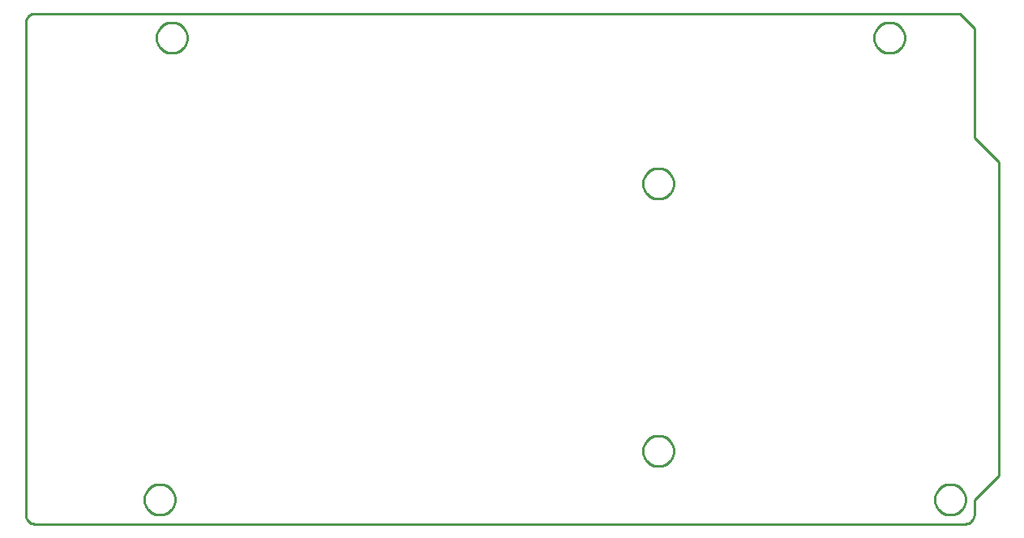
<source format=gbr>
G04 EAGLE Gerber RS-274X export*
G75*
%MOMM*%
%FSLAX34Y34*%
%LPD*%
%IN*%
%IPPOS*%
%AMOC8*
5,1,8,0,0,1.08239X$1,22.5*%
G01*
%ADD10C,0.254000*%


D10*
X-256Y9872D02*
X-218Y9000D01*
X-104Y8136D01*
X85Y7284D01*
X347Y6452D01*
X681Y5646D01*
X1084Y4872D01*
X1552Y4136D01*
X2084Y3444D01*
X2673Y2801D01*
X3316Y2212D01*
X4008Y1680D01*
X4744Y1212D01*
X5518Y809D01*
X6324Y475D01*
X7156Y213D01*
X8008Y24D01*
X8872Y-90D01*
X9744Y-128D01*
X980344Y-128D01*
X981216Y-90D01*
X982080Y24D01*
X982932Y213D01*
X983764Y475D01*
X984570Y809D01*
X985344Y1212D01*
X986080Y1680D01*
X986772Y2212D01*
X987415Y2801D01*
X988004Y3444D01*
X988536Y4136D01*
X989004Y4872D01*
X989407Y5646D01*
X989741Y6452D01*
X990003Y7284D01*
X990192Y8136D01*
X990306Y9000D01*
X990344Y9872D01*
X990344Y25272D01*
X1015744Y50672D01*
X1015744Y378332D01*
X990344Y403732D01*
X990344Y518032D01*
X975104Y533272D01*
X9744Y533272D01*
X8872Y533234D01*
X8008Y533120D01*
X7156Y532931D01*
X6324Y532669D01*
X5518Y532335D01*
X4744Y531932D01*
X4008Y531464D01*
X3316Y530932D01*
X2673Y530343D01*
X2084Y529700D01*
X1552Y529008D01*
X1084Y528272D01*
X681Y527498D01*
X347Y526692D01*
X85Y525860D01*
X-104Y525008D01*
X-218Y524144D01*
X-256Y523272D01*
X-256Y9872D01*
X981200Y24876D02*
X981132Y23831D01*
X980995Y22792D01*
X980790Y21765D01*
X980519Y20753D01*
X980183Y19761D01*
X979782Y18793D01*
X979318Y17854D01*
X978795Y16946D01*
X978213Y16075D01*
X977575Y15244D01*
X976884Y14457D01*
X976143Y13716D01*
X975356Y13025D01*
X974525Y12388D01*
X973654Y11806D01*
X972746Y11282D01*
X971807Y10818D01*
X970839Y10417D01*
X969847Y10081D01*
X968835Y9810D01*
X967808Y9605D01*
X966769Y9469D01*
X965724Y9400D01*
X964676Y9400D01*
X963631Y9469D01*
X962592Y9605D01*
X961565Y9810D01*
X960553Y10081D01*
X959561Y10417D01*
X958593Y10818D01*
X957654Y11282D01*
X956746Y11806D01*
X955875Y12388D01*
X955044Y13025D01*
X954257Y13716D01*
X953516Y14457D01*
X952825Y15244D01*
X952188Y16075D01*
X951606Y16946D01*
X951082Y17854D01*
X950618Y18793D01*
X950217Y19761D01*
X949881Y20753D01*
X949610Y21765D01*
X949405Y22792D01*
X949269Y23831D01*
X949200Y24876D01*
X949200Y25924D01*
X949269Y26969D01*
X949405Y28008D01*
X949610Y29035D01*
X949881Y30047D01*
X950217Y31039D01*
X950618Y32007D01*
X951082Y32946D01*
X951606Y33854D01*
X952188Y34725D01*
X952825Y35556D01*
X953516Y36343D01*
X954257Y37084D01*
X955044Y37775D01*
X955875Y38413D01*
X956746Y38995D01*
X957654Y39518D01*
X958593Y39982D01*
X959561Y40383D01*
X960553Y40719D01*
X961565Y40990D01*
X962592Y41195D01*
X963631Y41332D01*
X964676Y41400D01*
X965724Y41400D01*
X966769Y41332D01*
X967808Y41195D01*
X968835Y40990D01*
X969847Y40719D01*
X970839Y40383D01*
X971807Y39982D01*
X972746Y39518D01*
X973654Y38995D01*
X974525Y38413D01*
X975356Y37775D01*
X976143Y37084D01*
X976884Y36343D01*
X977575Y35556D01*
X978213Y34725D01*
X978795Y33854D01*
X979318Y32946D01*
X979782Y32007D01*
X980183Y31039D01*
X980519Y30047D01*
X980790Y29035D01*
X980995Y28008D01*
X981132Y26969D01*
X981200Y25924D01*
X981200Y24876D01*
X168400Y507476D02*
X168332Y506431D01*
X168195Y505392D01*
X167990Y504365D01*
X167719Y503353D01*
X167383Y502361D01*
X166982Y501393D01*
X166518Y500454D01*
X165995Y499546D01*
X165413Y498675D01*
X164775Y497844D01*
X164084Y497057D01*
X163343Y496316D01*
X162556Y495625D01*
X161725Y494988D01*
X160854Y494406D01*
X159946Y493882D01*
X159007Y493418D01*
X158039Y493017D01*
X157047Y492681D01*
X156035Y492410D01*
X155008Y492205D01*
X153969Y492069D01*
X152924Y492000D01*
X151876Y492000D01*
X150831Y492069D01*
X149792Y492205D01*
X148765Y492410D01*
X147753Y492681D01*
X146761Y493017D01*
X145793Y493418D01*
X144854Y493882D01*
X143946Y494406D01*
X143075Y494988D01*
X142244Y495625D01*
X141457Y496316D01*
X140716Y497057D01*
X140025Y497844D01*
X139388Y498675D01*
X138806Y499546D01*
X138282Y500454D01*
X137818Y501393D01*
X137417Y502361D01*
X137081Y503353D01*
X136810Y504365D01*
X136605Y505392D01*
X136469Y506431D01*
X136400Y507476D01*
X136400Y508524D01*
X136469Y509569D01*
X136605Y510608D01*
X136810Y511635D01*
X137081Y512647D01*
X137417Y513639D01*
X137818Y514607D01*
X138282Y515546D01*
X138806Y516454D01*
X139388Y517325D01*
X140025Y518156D01*
X140716Y518943D01*
X141457Y519684D01*
X142244Y520375D01*
X143075Y521013D01*
X143946Y521595D01*
X144854Y522118D01*
X145793Y522582D01*
X146761Y522983D01*
X147753Y523319D01*
X148765Y523590D01*
X149792Y523795D01*
X150831Y523932D01*
X151876Y524000D01*
X152924Y524000D01*
X153969Y523932D01*
X155008Y523795D01*
X156035Y523590D01*
X157047Y523319D01*
X158039Y522983D01*
X159007Y522582D01*
X159946Y522118D01*
X160854Y521595D01*
X161725Y521013D01*
X162556Y520375D01*
X163343Y519684D01*
X164084Y518943D01*
X164775Y518156D01*
X165413Y517325D01*
X165995Y516454D01*
X166518Y515546D01*
X166982Y514607D01*
X167383Y513639D01*
X167719Y512647D01*
X167990Y511635D01*
X168195Y510608D01*
X168332Y509569D01*
X168400Y508524D01*
X168400Y507476D01*
X917700Y507476D02*
X917632Y506431D01*
X917495Y505392D01*
X917290Y504365D01*
X917019Y503353D01*
X916683Y502361D01*
X916282Y501393D01*
X915818Y500454D01*
X915295Y499546D01*
X914713Y498675D01*
X914075Y497844D01*
X913384Y497057D01*
X912643Y496316D01*
X911856Y495625D01*
X911025Y494988D01*
X910154Y494406D01*
X909246Y493882D01*
X908307Y493418D01*
X907339Y493017D01*
X906347Y492681D01*
X905335Y492410D01*
X904308Y492205D01*
X903269Y492069D01*
X902224Y492000D01*
X901176Y492000D01*
X900131Y492069D01*
X899092Y492205D01*
X898065Y492410D01*
X897053Y492681D01*
X896061Y493017D01*
X895093Y493418D01*
X894154Y493882D01*
X893246Y494406D01*
X892375Y494988D01*
X891544Y495625D01*
X890757Y496316D01*
X890016Y497057D01*
X889325Y497844D01*
X888688Y498675D01*
X888106Y499546D01*
X887582Y500454D01*
X887118Y501393D01*
X886717Y502361D01*
X886381Y503353D01*
X886110Y504365D01*
X885905Y505392D01*
X885769Y506431D01*
X885700Y507476D01*
X885700Y508524D01*
X885769Y509569D01*
X885905Y510608D01*
X886110Y511635D01*
X886381Y512647D01*
X886717Y513639D01*
X887118Y514607D01*
X887582Y515546D01*
X888106Y516454D01*
X888688Y517325D01*
X889325Y518156D01*
X890016Y518943D01*
X890757Y519684D01*
X891544Y520375D01*
X892375Y521013D01*
X893246Y521595D01*
X894154Y522118D01*
X895093Y522582D01*
X896061Y522983D01*
X897053Y523319D01*
X898065Y523590D01*
X899092Y523795D01*
X900131Y523932D01*
X901176Y524000D01*
X902224Y524000D01*
X903269Y523932D01*
X904308Y523795D01*
X905335Y523590D01*
X906347Y523319D01*
X907339Y522983D01*
X908307Y522582D01*
X909246Y522118D01*
X910154Y521595D01*
X911025Y521013D01*
X911856Y520375D01*
X912643Y519684D01*
X913384Y518943D01*
X914075Y518156D01*
X914713Y517325D01*
X915295Y516454D01*
X915818Y515546D01*
X916282Y514607D01*
X916683Y513639D01*
X917019Y512647D01*
X917290Y511635D01*
X917495Y510608D01*
X917632Y509569D01*
X917700Y508524D01*
X917700Y507476D01*
X155700Y24876D02*
X155632Y23831D01*
X155495Y22792D01*
X155290Y21765D01*
X155019Y20753D01*
X154683Y19761D01*
X154282Y18793D01*
X153818Y17854D01*
X153295Y16946D01*
X152713Y16075D01*
X152075Y15244D01*
X151384Y14457D01*
X150643Y13716D01*
X149856Y13025D01*
X149025Y12388D01*
X148154Y11806D01*
X147246Y11282D01*
X146307Y10818D01*
X145339Y10417D01*
X144347Y10081D01*
X143335Y9810D01*
X142308Y9605D01*
X141269Y9469D01*
X140224Y9400D01*
X139176Y9400D01*
X138131Y9469D01*
X137092Y9605D01*
X136065Y9810D01*
X135053Y10081D01*
X134061Y10417D01*
X133093Y10818D01*
X132154Y11282D01*
X131246Y11806D01*
X130375Y12388D01*
X129544Y13025D01*
X128757Y13716D01*
X128016Y14457D01*
X127325Y15244D01*
X126688Y16075D01*
X126106Y16946D01*
X125582Y17854D01*
X125118Y18793D01*
X124717Y19761D01*
X124381Y20753D01*
X124110Y21765D01*
X123905Y22792D01*
X123769Y23831D01*
X123700Y24876D01*
X123700Y25924D01*
X123769Y26969D01*
X123905Y28008D01*
X124110Y29035D01*
X124381Y30047D01*
X124717Y31039D01*
X125118Y32007D01*
X125582Y32946D01*
X126106Y33854D01*
X126688Y34725D01*
X127325Y35556D01*
X128016Y36343D01*
X128757Y37084D01*
X129544Y37775D01*
X130375Y38413D01*
X131246Y38995D01*
X132154Y39518D01*
X133093Y39982D01*
X134061Y40383D01*
X135053Y40719D01*
X136065Y40990D01*
X137092Y41195D01*
X138131Y41332D01*
X139176Y41400D01*
X140224Y41400D01*
X141269Y41332D01*
X142308Y41195D01*
X143335Y40990D01*
X144347Y40719D01*
X145339Y40383D01*
X146307Y39982D01*
X147246Y39518D01*
X148154Y38995D01*
X149025Y38413D01*
X149856Y37775D01*
X150643Y37084D01*
X151384Y36343D01*
X152075Y35556D01*
X152713Y34725D01*
X153295Y33854D01*
X153818Y32946D01*
X154282Y32007D01*
X154683Y31039D01*
X155019Y30047D01*
X155290Y29035D01*
X155495Y28008D01*
X155632Y26969D01*
X155700Y25924D01*
X155700Y24876D01*
X676400Y355076D02*
X676332Y354031D01*
X676195Y352992D01*
X675990Y351965D01*
X675719Y350953D01*
X675383Y349961D01*
X674982Y348993D01*
X674518Y348054D01*
X673995Y347146D01*
X673413Y346275D01*
X672775Y345444D01*
X672084Y344657D01*
X671343Y343916D01*
X670556Y343225D01*
X669725Y342588D01*
X668854Y342006D01*
X667946Y341482D01*
X667007Y341018D01*
X666039Y340617D01*
X665047Y340281D01*
X664035Y340010D01*
X663008Y339805D01*
X661969Y339669D01*
X660924Y339600D01*
X659876Y339600D01*
X658831Y339669D01*
X657792Y339805D01*
X656765Y340010D01*
X655753Y340281D01*
X654761Y340617D01*
X653793Y341018D01*
X652854Y341482D01*
X651946Y342006D01*
X651075Y342588D01*
X650244Y343225D01*
X649457Y343916D01*
X648716Y344657D01*
X648025Y345444D01*
X647388Y346275D01*
X646806Y347146D01*
X646282Y348054D01*
X645818Y348993D01*
X645417Y349961D01*
X645081Y350953D01*
X644810Y351965D01*
X644605Y352992D01*
X644469Y354031D01*
X644400Y355076D01*
X644400Y356124D01*
X644469Y357169D01*
X644605Y358208D01*
X644810Y359235D01*
X645081Y360247D01*
X645417Y361239D01*
X645818Y362207D01*
X646282Y363146D01*
X646806Y364054D01*
X647388Y364925D01*
X648025Y365756D01*
X648716Y366543D01*
X649457Y367284D01*
X650244Y367975D01*
X651075Y368613D01*
X651946Y369195D01*
X652854Y369718D01*
X653793Y370182D01*
X654761Y370583D01*
X655753Y370919D01*
X656765Y371190D01*
X657792Y371395D01*
X658831Y371532D01*
X659876Y371600D01*
X660924Y371600D01*
X661969Y371532D01*
X663008Y371395D01*
X664035Y371190D01*
X665047Y370919D01*
X666039Y370583D01*
X667007Y370182D01*
X667946Y369718D01*
X668854Y369195D01*
X669725Y368613D01*
X670556Y367975D01*
X671343Y367284D01*
X672084Y366543D01*
X672775Y365756D01*
X673413Y364925D01*
X673995Y364054D01*
X674518Y363146D01*
X674982Y362207D01*
X675383Y361239D01*
X675719Y360247D01*
X675990Y359235D01*
X676195Y358208D01*
X676332Y357169D01*
X676400Y356124D01*
X676400Y355076D01*
X676400Y75676D02*
X676332Y74631D01*
X676195Y73592D01*
X675990Y72565D01*
X675719Y71553D01*
X675383Y70561D01*
X674982Y69593D01*
X674518Y68654D01*
X673995Y67746D01*
X673413Y66875D01*
X672775Y66044D01*
X672084Y65257D01*
X671343Y64516D01*
X670556Y63825D01*
X669725Y63188D01*
X668854Y62606D01*
X667946Y62082D01*
X667007Y61618D01*
X666039Y61217D01*
X665047Y60881D01*
X664035Y60610D01*
X663008Y60405D01*
X661969Y60269D01*
X660924Y60200D01*
X659876Y60200D01*
X658831Y60269D01*
X657792Y60405D01*
X656765Y60610D01*
X655753Y60881D01*
X654761Y61217D01*
X653793Y61618D01*
X652854Y62082D01*
X651946Y62606D01*
X651075Y63188D01*
X650244Y63825D01*
X649457Y64516D01*
X648716Y65257D01*
X648025Y66044D01*
X647388Y66875D01*
X646806Y67746D01*
X646282Y68654D01*
X645818Y69593D01*
X645417Y70561D01*
X645081Y71553D01*
X644810Y72565D01*
X644605Y73592D01*
X644469Y74631D01*
X644400Y75676D01*
X644400Y76724D01*
X644469Y77769D01*
X644605Y78808D01*
X644810Y79835D01*
X645081Y80847D01*
X645417Y81839D01*
X645818Y82807D01*
X646282Y83746D01*
X646806Y84654D01*
X647388Y85525D01*
X648025Y86356D01*
X648716Y87143D01*
X649457Y87884D01*
X650244Y88575D01*
X651075Y89213D01*
X651946Y89795D01*
X652854Y90318D01*
X653793Y90782D01*
X654761Y91183D01*
X655753Y91519D01*
X656765Y91790D01*
X657792Y91995D01*
X658831Y92132D01*
X659876Y92200D01*
X660924Y92200D01*
X661969Y92132D01*
X663008Y91995D01*
X664035Y91790D01*
X665047Y91519D01*
X666039Y91183D01*
X667007Y90782D01*
X667946Y90318D01*
X668854Y89795D01*
X669725Y89213D01*
X670556Y88575D01*
X671343Y87884D01*
X672084Y87143D01*
X672775Y86356D01*
X673413Y85525D01*
X673995Y84654D01*
X674518Y83746D01*
X674982Y82807D01*
X675383Y81839D01*
X675719Y80847D01*
X675990Y79835D01*
X676195Y78808D01*
X676332Y77769D01*
X676400Y76724D01*
X676400Y75676D01*
M02*

</source>
